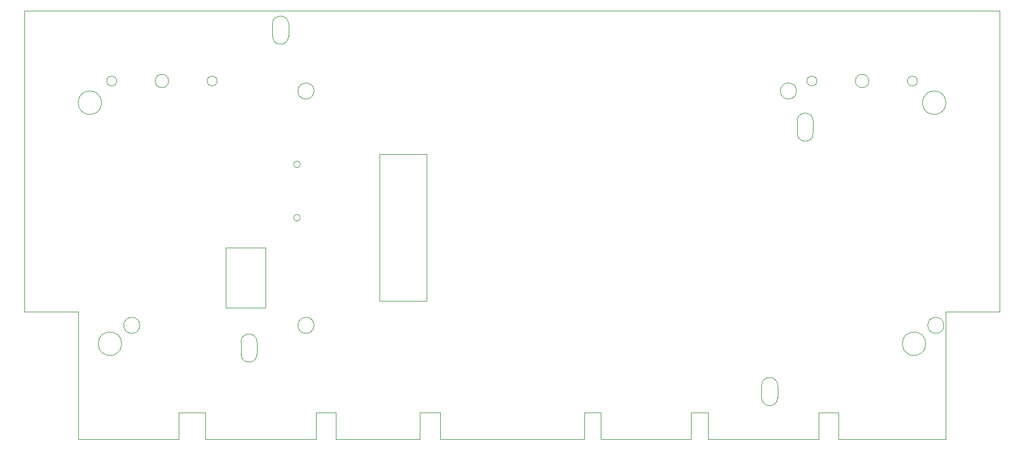
<source format=gbr>
%TF.GenerationSoftware,KiCad,Pcbnew,8.0.4*%
%TF.CreationDate,2024-09-02T08:00:42-07:00*%
%TF.ProjectId,Muffin,4d756666-696e-42e6-9b69-6361645f7063,rev?*%
%TF.SameCoordinates,Original*%
%TF.FileFunction,Profile,NP*%
%FSLAX46Y46*%
G04 Gerber Fmt 4.6, Leading zero omitted, Abs format (unit mm)*
G04 Created by KiCad (PCBNEW 8.0.4) date 2024-09-02 08:00:42*
%MOMM*%
%LPD*%
G01*
G04 APERTURE LIST*
%TA.AperFunction,Profile*%
%ADD10C,0.050000*%
%TD*%
%TA.AperFunction,Profile*%
%ADD11C,0.100000*%
%TD*%
G04 APERTURE END LIST*
D10*
X58000000Y-95000000D02*
X50000000Y-95000000D01*
X187500000Y-95000000D02*
X187500000Y-114000000D01*
X133500000Y-110000000D02*
X136000000Y-110000000D01*
X93200000Y-62000000D02*
G75*
G02*
X90800000Y-62000000I-1200000J0D01*
G01*
X90800000Y-62000000D02*
G75*
G02*
X93200000Y-62000000I1200000J0D01*
G01*
X195500000Y-95000000D02*
X187500000Y-95000000D01*
X77000000Y-114000000D02*
X77000000Y-110000000D01*
X93500000Y-110000000D02*
X96500000Y-110000000D01*
X80000000Y-85400000D02*
X86000000Y-85400000D01*
X86000000Y-94400000D01*
X80000000Y-94400000D01*
X80000000Y-85400000D01*
X103000000Y-71400000D02*
X110000000Y-71400000D01*
X110000000Y-93400000D01*
X103000000Y-93400000D01*
X103000000Y-71400000D01*
D11*
X167700000Y-68300000D02*
X167700000Y-66500000D01*
D10*
X176000000Y-60500000D02*
G75*
G02*
X174000000Y-60500000I-1000000J0D01*
G01*
X174000000Y-60500000D02*
G75*
G02*
X176000000Y-60500000I1000000J0D01*
G01*
D11*
X84700000Y-101300000D02*
G75*
G02*
X82300000Y-101300000I-1200000J0D01*
G01*
D10*
X109000000Y-114000000D02*
X109000000Y-110000000D01*
X64500000Y-99750000D02*
G75*
G02*
X61000000Y-99750000I-1750000J0D01*
G01*
X61000000Y-99750000D02*
G75*
G02*
X64500000Y-99750000I1750000J0D01*
G01*
D11*
X82300000Y-99500000D02*
G75*
G02*
X84700000Y-99500000I1200000J0D01*
G01*
X162400000Y-107800000D02*
X162400000Y-106000000D01*
D10*
X136000000Y-110000000D02*
X136000000Y-114000000D01*
X96500000Y-110000000D02*
X96500000Y-114000000D01*
X96500000Y-114000000D02*
X109000000Y-114000000D01*
D11*
X84700000Y-101300000D02*
X84700000Y-99500000D01*
D10*
X63750000Y-60500000D02*
G75*
G02*
X62250000Y-60500000I-750000J0D01*
G01*
X62250000Y-60500000D02*
G75*
G02*
X63750000Y-60500000I750000J0D01*
G01*
D11*
X162400000Y-107800000D02*
G75*
G02*
X160000000Y-107800000I-1200000J0D01*
G01*
D10*
X58000000Y-114000000D02*
X73000000Y-114000000D01*
X171500000Y-114000000D02*
X187500000Y-114000000D01*
X73000000Y-114000000D02*
X73000000Y-110000000D01*
X168250000Y-60500000D02*
G75*
G02*
X166750000Y-60500000I-750000J0D01*
G01*
X166750000Y-60500000D02*
G75*
G02*
X168250000Y-60500000I750000J0D01*
G01*
X58000000Y-114000000D02*
X58000000Y-95000000D01*
D11*
X165300000Y-66500000D02*
G75*
G02*
X167700000Y-66500000I1200000J0D01*
G01*
D10*
X71500000Y-60500000D02*
G75*
G02*
X69500000Y-60500000I-1000000J0D01*
G01*
X69500000Y-60500000D02*
G75*
G02*
X71500000Y-60500000I1000000J0D01*
G01*
X168500000Y-110000000D02*
X171500000Y-110000000D01*
X93200000Y-97000000D02*
G75*
G02*
X90800000Y-97000000I-1200000J0D01*
G01*
X90800000Y-97000000D02*
G75*
G02*
X93200000Y-97000000I1200000J0D01*
G01*
X183250000Y-60500000D02*
G75*
G02*
X181750000Y-60500000I-750000J0D01*
G01*
X181750000Y-60500000D02*
G75*
G02*
X183250000Y-60500000I750000J0D01*
G01*
X149500000Y-110000000D02*
X152000000Y-110000000D01*
X61500000Y-63750000D02*
G75*
G02*
X58000000Y-63750000I-1750000J0D01*
G01*
X58000000Y-63750000D02*
G75*
G02*
X61500000Y-63750000I1750000J0D01*
G01*
X112000000Y-114000000D02*
X112000000Y-110000000D01*
X152000000Y-114000000D02*
X152000000Y-110000000D01*
X187200000Y-97000000D02*
G75*
G02*
X184800000Y-97000000I-1200000J0D01*
G01*
X184800000Y-97000000D02*
G75*
G02*
X187200000Y-97000000I1200000J0D01*
G01*
X67200000Y-97000000D02*
G75*
G02*
X64800000Y-97000000I-1200000J0D01*
G01*
X64800000Y-97000000D02*
G75*
G02*
X67200000Y-97000000I1200000J0D01*
G01*
X168500000Y-114000000D02*
X168500000Y-110000000D01*
X136000000Y-114000000D02*
X149500000Y-114000000D01*
D11*
X87000000Y-52000000D02*
G75*
G02*
X89400000Y-52000000I1200000J0D01*
G01*
D10*
X133500000Y-114000000D02*
X133500000Y-110000000D01*
X78750000Y-60500000D02*
G75*
G02*
X77250000Y-60500000I-750000J0D01*
G01*
X77250000Y-60500000D02*
G75*
G02*
X78750000Y-60500000I750000J0D01*
G01*
X184500000Y-99750000D02*
G75*
G02*
X181000000Y-99750000I-1750000J0D01*
G01*
X181000000Y-99750000D02*
G75*
G02*
X184500000Y-99750000I1750000J0D01*
G01*
X152000000Y-114000000D02*
X168500000Y-114000000D01*
D11*
X165300000Y-68300000D02*
X165300000Y-66500000D01*
D10*
X93500000Y-114000000D02*
X93500000Y-110000000D01*
X73000000Y-110000000D02*
X77000000Y-110000000D01*
X109000000Y-110000000D02*
X112000000Y-110000000D01*
D11*
X160000000Y-107800000D02*
X160000000Y-106000000D01*
X89400000Y-53800000D02*
X89400000Y-52000000D01*
X160000000Y-106000000D02*
G75*
G02*
X162400000Y-106000000I1200000J0D01*
G01*
D10*
X50000000Y-95000000D02*
X50000000Y-50000000D01*
D11*
X87000000Y-53800000D02*
X87000000Y-52000000D01*
D10*
X171500000Y-114000000D02*
X171500000Y-110000000D01*
X50000000Y-50000000D02*
X195500000Y-50000000D01*
D11*
X89400000Y-53800000D02*
G75*
G02*
X87000000Y-53800000I-1200000J0D01*
G01*
D10*
X165200000Y-62000000D02*
G75*
G02*
X162800000Y-62000000I-1200000J0D01*
G01*
X162800000Y-62000000D02*
G75*
G02*
X165200000Y-62000000I1200000J0D01*
G01*
D11*
X167700000Y-68300000D02*
G75*
G02*
X165300000Y-68300000I-1200000J0D01*
G01*
D10*
X112000000Y-114000000D02*
X133500000Y-114000000D01*
X195500000Y-50000000D02*
X195500000Y-95000000D01*
X149500000Y-114000000D02*
X149500000Y-110000000D01*
X77000000Y-114000000D02*
X93500000Y-114000000D01*
X187500000Y-63750000D02*
G75*
G02*
X184000000Y-63750000I-1750000J0D01*
G01*
X184000000Y-63750000D02*
G75*
G02*
X187500000Y-63750000I1750000J0D01*
G01*
D11*
X82300000Y-101300000D02*
X82300000Y-99500000D01*
%TO.C,J17*%
X91150000Y-72950000D02*
G75*
G02*
X90150000Y-72950000I-500000J0D01*
G01*
X90150000Y-72950000D02*
G75*
G02*
X91150000Y-72950000I500000J0D01*
G01*
X91150000Y-80930000D02*
G75*
G02*
X90150000Y-80930000I-500000J0D01*
G01*
X90150000Y-80930000D02*
G75*
G02*
X91150000Y-80930000I500000J0D01*
G01*
%TD*%
M02*

</source>
